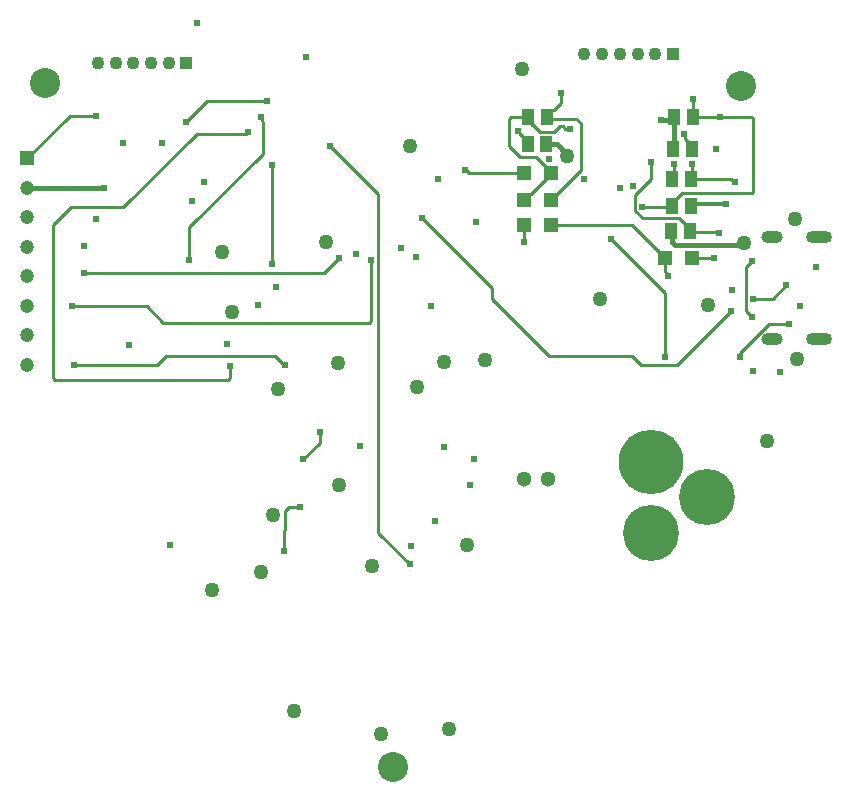
<source format=gbr>
%TF.GenerationSoftware,Altium Limited,Altium Designer,24.10.1 (45)*%
G04 Layer_Physical_Order=4*
G04 Layer_Color=16711680*
%FSLAX45Y45*%
%MOMM*%
%TF.SameCoordinates,5161A517-D4F4-47BB-AA9F-3B40E8EE5112*%
%TF.FilePolarity,Positive*%
%TF.FileFunction,Copper,L4,Bot,Signal*%
%TF.Part,Single*%
G01*
G75*
%TA.AperFunction,SMDPad,CuDef*%
%ADD18R,1.02000X1.47000*%
%ADD21R,1.15000X1.25000*%
%TA.AperFunction,Conductor*%
%ADD27C,0.25400*%
%ADD28C,0.38100*%
%ADD29C,0.30480*%
%TA.AperFunction,ViaPad*%
%ADD34C,2.54000*%
%TA.AperFunction,ComponentPad*%
G04:AMPARAMS|DCode=35|XSize=1mm|YSize=2.2mm|CornerRadius=0.5mm|HoleSize=0mm|Usage=FLASHONLY|Rotation=90.000|XOffset=0mm|YOffset=0mm|HoleType=Round|Shape=RoundedRectangle|*
%AMROUNDEDRECTD35*
21,1,1.00000,1.20000,0,0,90.0*
21,1,0.00000,2.20000,0,0,90.0*
1,1,1.00000,0.60000,0.00000*
1,1,1.00000,0.60000,0.00000*
1,1,1.00000,-0.60000,0.00000*
1,1,1.00000,-0.60000,0.00000*
%
%ADD35ROUNDEDRECTD35*%
G04:AMPARAMS|DCode=36|XSize=1mm|YSize=1.8mm|CornerRadius=0.5mm|HoleSize=0mm|Usage=FLASHONLY|Rotation=90.000|XOffset=0mm|YOffset=0mm|HoleType=Round|Shape=RoundedRectangle|*
%AMROUNDEDRECTD36*
21,1,1.00000,0.80000,0,0,90.0*
21,1,0.00000,1.80000,0,0,90.0*
1,1,1.00000,0.40000,0.00000*
1,1,1.00000,0.40000,0.00000*
1,1,1.00000,-0.40000,0.00000*
1,1,1.00000,-0.40000,0.00000*
%
%ADD36ROUNDEDRECTD36*%
%ADD37R,1.10000X1.10000*%
%ADD38C,1.10000*%
%ADD39R,1.20000X1.20000*%
%ADD40C,1.20000*%
%ADD41C,1.30000*%
%ADD42C,5.46000*%
%ADD43C,4.74000*%
%TA.AperFunction,ViaPad*%
%ADD44C,0.60960*%
%ADD45C,1.27000*%
D18*
X4983500Y5600700D02*
D03*
X5143500D02*
D03*
X4987300Y5829300D02*
D03*
X5147300D02*
D03*
X6223000D02*
D03*
X6383000D02*
D03*
X6197600Y4864100D02*
D03*
X6357600D02*
D03*
X6366500Y5308600D02*
D03*
X6206500D02*
D03*
X6379200Y5562600D02*
D03*
X6219200D02*
D03*
X6206500Y5080000D02*
D03*
X6366500D02*
D03*
D21*
X6143600Y4635500D02*
D03*
X6378600D02*
D03*
X4949800Y4914900D02*
D03*
X5184800D02*
D03*
X4949799Y5130800D02*
D03*
X5184800D02*
D03*
X5184800Y5359400D02*
D03*
X4949800D02*
D03*
D27*
X6895380Y4293509D02*
X7062109D01*
X7175500Y4406900D01*
X5301796Y5734504D02*
X5339896D01*
X5257800Y5753100D02*
X5283200D01*
X5339896Y5734504D02*
X5346700Y5727700D01*
X5283200Y5753100D02*
X5301796Y5734504D01*
X5211412Y5706712D02*
X5257800Y5753100D01*
X5208100Y5890100D02*
X5269219Y5951219D01*
Y6031219D02*
X5270500Y6032500D01*
X5269219Y5951219D02*
Y6031219D01*
X4840879Y5829300D02*
X4987300D01*
X4826000Y5814421D02*
X4840879Y5829300D01*
X4826000Y5587721D02*
X4919033Y5494688D01*
X4826000Y5587721D02*
Y5814421D01*
X5088288Y5706712D02*
X5211412D01*
X4987300Y5806800D02*
X5025600Y5768500D01*
X4987300Y5806800D02*
Y5829300D01*
X5026500Y5768500D02*
X5088288Y5706712D01*
X5025600Y5768500D02*
X5026500D01*
X2928112Y2338336D02*
Y2494133D01*
X2961279Y2527300D01*
X2921000Y2331224D02*
X2928112Y2338336D01*
X2921000Y2159000D02*
Y2331224D01*
X3720592Y2311908D02*
X3987800Y2044700D01*
X3720592Y2311908D02*
Y5182108D01*
X3314700Y5588000D02*
X3720592Y5182108D01*
X3640988Y4085488D02*
X3657600Y4102100D01*
Y4622800D01*
X2273300Y5969000D02*
X2781300D01*
X6360760Y4860940D02*
X6584838D01*
X6357600Y4864100D02*
X6360760Y4860940D01*
X6584838D02*
X6594377Y4851400D01*
X6604000D01*
X5147300Y5851800D02*
X5185600Y5890100D01*
X5147300Y5829300D02*
Y5851800D01*
X5185600Y5890100D02*
X5208100D01*
X5229600Y5180600D02*
X5234600D01*
X5435092Y5381092D01*
X5184800Y5130800D02*
Y5135800D01*
X5435092Y5381092D02*
Y5779192D01*
X5184800Y5135800D02*
X5229600Y5180600D01*
X5011000D02*
X5184800Y5354400D01*
X4949799Y5130800D02*
Y5135800D01*
X4994599Y5180600D02*
X5011000D01*
X4949799Y5135800D02*
X4994599Y5180600D01*
X4457700Y5384800D02*
X4464959D01*
X4490359Y5359400D02*
X4949800D01*
X4464959Y5384800D02*
X4490359Y5359400D01*
X4919033Y5494688D02*
X5054512D01*
X5184800Y5364400D01*
X4686300Y4292600D02*
Y4381500D01*
X4089400Y4978400D02*
X4686300Y4381500D01*
X1231900Y4508500D02*
X3263900D01*
X3390900Y4635500D01*
X1923111Y3810000D02*
X2847877D01*
X2924077Y3733800D01*
X2933700D01*
X2463800Y3621679D02*
Y3721100D01*
X980079Y3606800D02*
X2448921D01*
X2463800Y3621679D01*
X1846911Y3733800D02*
X1923111Y3810000D01*
X965200Y3621679D02*
Y4914900D01*
X1117600Y5067300D01*
X965200Y3621679D02*
X980079Y3606800D01*
X6290012Y5186012D02*
X6881221D01*
X6223000Y5325100D02*
Y5435600D01*
X6206500Y5308600D02*
X6223000Y5325100D01*
X6375400Y5317500D02*
Y5435600D01*
X6366500Y5308600D02*
X6375400Y5317500D01*
X6318704Y5645596D02*
Y5682796D01*
X6311900Y5689600D02*
X6318704Y5682796D01*
Y5645596D02*
X6379200Y5585100D01*
X6032500Y5308416D02*
Y5448300D01*
X5893308Y5169224D02*
X6032500Y5308416D01*
X6379200Y5562600D02*
Y5585100D01*
X6896100Y5200891D02*
Y5814421D01*
X6616700Y5829300D02*
X6881221D01*
X6896100Y5814421D01*
X6881221Y5186012D02*
X6896100Y5200891D01*
X5893308Y5041208D02*
Y5169224D01*
Y5041208D02*
X5960528Y4973988D01*
X6270211D02*
X6357600Y4886600D01*
Y4864100D02*
Y4886600D01*
X5960528Y4973988D02*
X6270211D01*
X6193800Y5067300D02*
X6206500Y5080000D01*
X5956300Y5067300D02*
X6193800D01*
X6378600Y4635500D02*
X6565900D01*
X4949800Y4914900D02*
X4953000Y4911700D01*
Y4775200D02*
Y4911700D01*
X5184800Y5354400D02*
Y5364400D01*
X4909004Y5697696D02*
Y5708196D01*
X4902200Y5715000D02*
X4909004Y5708196D01*
Y5697696D02*
X4983500Y5623200D01*
Y5600700D02*
Y5623200D01*
X5398192Y5816092D02*
X5435092Y5779192D01*
X5160508Y5816092D02*
X5398192D01*
X5147300Y5829300D02*
X5160508Y5816092D01*
X4686300Y4292600D02*
X5168900Y3810000D01*
X5867400D01*
X5943092Y3734308D01*
X6248908D01*
X6705600Y4191000D01*
X6172200Y4483100D02*
Y4492723D01*
X6143600Y4521323D02*
X6172200Y4492723D01*
X6143600Y4521323D02*
Y4635500D01*
X6781800Y3797300D02*
Y3832390D01*
X7026110Y4076700D02*
X7200900D01*
X6781800Y3832390D02*
X7026110Y4076700D01*
X3225800Y3073400D02*
Y3162300D01*
X3086100Y2933700D02*
X3225800Y3073400D01*
X6146800Y3797300D02*
Y4343400D01*
X5689600Y4800600D02*
X6146800Y4343400D01*
X6832388Y4191212D02*
Y4559088D01*
X6883400Y4610100D01*
X6832388Y4191212D02*
X6883400Y4140200D01*
X2961279Y2527300D02*
X3060700D01*
X2603500Y5689600D02*
X2616200Y5702300D01*
X2184400Y5689600D02*
X2603500D01*
X2743200Y5522961D02*
Y5791200D01*
X2120900Y4900661D02*
X2743200Y5522961D01*
X2730500Y5829300D02*
X2737304Y5822496D01*
Y5797096D02*
Y5822496D01*
Y5797096D02*
X2743200Y5791200D01*
X1562100Y5067300D02*
X2184400Y5689600D01*
X1117600Y5067300D02*
X1562100D01*
X2120900Y4622800D02*
Y4900661D01*
X1143000Y3733800D02*
X1846911D01*
X2819400Y4584700D02*
Y5422900D01*
X1901502Y4085488D02*
X3640988D01*
X6206500Y5102500D02*
X6290012Y5186012D01*
X6206500Y5080000D02*
Y5102500D01*
X1757891Y4229100D02*
X1901502Y4085488D01*
X1130300Y4229100D02*
X1757891D01*
X6708677Y5308600D02*
X6734077Y5283200D01*
X6743700D01*
X6366500Y5308600D02*
X6708677D01*
X5869200Y4914900D02*
X6143600Y4640500D01*
Y4635500D02*
Y4640500D01*
X5184800Y4914900D02*
X5869200D01*
X6383000Y5829300D02*
X6616700D01*
X1107496Y5842000D02*
X1333500D01*
X749300Y5483804D02*
X1107496Y5842000D01*
X6388100Y5834400D02*
Y5981700D01*
X6383000Y5829300D02*
X6388100Y5834400D01*
X2095500Y5791200D02*
X2273300Y5969000D01*
D28*
X6221100Y5827400D02*
X6223000Y5829300D01*
X6204851Y5811151D02*
X6221100Y5827400D01*
X6111458Y5811151D02*
X6204851D01*
X5320325Y5500075D02*
Y5512775D01*
X5232400Y5600700D02*
X5320325Y5512775D01*
X5143500Y5600700D02*
X5232400D01*
X6232618Y4749800D02*
X6807200D01*
X6210300Y4772118D02*
X6232618Y4749800D01*
X6210300Y4772118D02*
Y4851400D01*
X6197600Y4864100D02*
X6210300Y4851400D01*
X6807200Y4749800D02*
X6819900Y4762500D01*
X6221100Y5564500D02*
Y5827400D01*
X6219200Y5562600D02*
X6221100Y5564500D01*
X1396299Y5233101D02*
X1397000Y5232400D01*
X750001Y5233101D02*
X1396299D01*
X749300Y5233802D02*
X750001Y5233101D01*
D29*
X6366500Y5080000D02*
X6379200Y5092700D01*
X6667500D01*
D34*
X901700Y6121400D02*
D03*
X3848100Y330200D02*
D03*
X6794500Y6096000D02*
D03*
D35*
X7455601Y3949502D02*
D03*
Y4813498D02*
D03*
D36*
X7055602Y3949502D02*
D03*
Y4813498D02*
D03*
D37*
X2096201Y6286500D02*
D03*
X6215802Y6362700D02*
D03*
D38*
X1946204Y6286500D02*
D03*
X1796202D02*
D03*
X1646199D02*
D03*
X1496202D02*
D03*
X1346200D02*
D03*
X6065804Y6362700D02*
D03*
X5915802D02*
D03*
X5765800D02*
D03*
X5615803D02*
D03*
X5465801D02*
D03*
D39*
X749300Y5483804D02*
D03*
D40*
Y5233802D02*
D03*
Y4983800D02*
D03*
Y4733803D02*
D03*
Y4483801D02*
D03*
Y4233804D02*
D03*
Y3983802D02*
D03*
Y3733800D02*
D03*
D41*
X5156200Y2768600D02*
D03*
X4956200D02*
D03*
D42*
X6032500Y2911399D02*
D03*
D43*
Y2311400D02*
D03*
X6502502Y2611399D02*
D03*
D44*
X7175500Y4406900D02*
D03*
X5346700Y5727700D02*
D03*
X5270500Y6032500D02*
D03*
X2705100Y4241800D02*
D03*
X6111458Y5811151D02*
D03*
X3111500Y6337300D02*
D03*
X3657600Y4622800D02*
D03*
X3314700Y5588000D02*
D03*
X2781300Y5969000D02*
D03*
X5161376Y5476908D02*
D03*
X2933700Y3733800D02*
D03*
X2463800Y3721100D02*
D03*
X6667500Y5092700D02*
D03*
X6223000Y5435600D02*
D03*
X6743700Y5283200D02*
D03*
X6375400Y5435600D02*
D03*
X6578600Y5562600D02*
D03*
X6616700Y5829300D02*
D03*
X6311900Y5689600D02*
D03*
X6032500Y5448300D02*
D03*
X5956300Y5067300D02*
D03*
X6565900Y4635500D02*
D03*
X4953000Y4775200D02*
D03*
X4229100Y5308600D02*
D03*
X4457700Y5384800D02*
D03*
X4902200Y5715000D02*
D03*
X5764201Y5233999D02*
D03*
X4089400Y4978400D02*
D03*
X6705600Y4191000D02*
D03*
X2857500Y4394200D02*
D03*
X6172200Y4483100D02*
D03*
X6718300Y4368800D02*
D03*
X5461000Y5308600D02*
D03*
X6781800Y3797300D02*
D03*
X7200900Y4076700D02*
D03*
X3225800Y3162300D02*
D03*
X6604000Y4851400D02*
D03*
X5689600Y4800600D02*
D03*
X4546600Y4940300D02*
D03*
X5880100Y5245100D02*
D03*
X4038600Y4648200D02*
D03*
X3987800Y2044700D02*
D03*
X7429500Y4559300D02*
D03*
X6883400Y4610100D02*
D03*
X7289800Y4229100D02*
D03*
X7124700Y3670300D02*
D03*
X3086100Y2933700D02*
D03*
X2921000Y2159000D02*
D03*
X3060700Y2527300D02*
D03*
X2616200Y5702300D02*
D03*
X2120900Y4622800D02*
D03*
X2819400Y5422900D02*
D03*
Y4584700D02*
D03*
X6895380Y4293509D02*
D03*
X6883400Y4140200D02*
D03*
X6896100Y3683000D02*
D03*
X4000500Y2197100D02*
D03*
X1955800Y2209800D02*
D03*
X3390900Y4635500D02*
D03*
X1231900Y4508500D02*
D03*
X4279900Y3035300D02*
D03*
X3568700Y3048000D02*
D03*
X4495800Y2717800D02*
D03*
X4203700Y2413000D02*
D03*
X6146800Y3797300D02*
D03*
X4533900Y2933700D02*
D03*
X1333500Y5842000D02*
D03*
X3911600Y4724400D02*
D03*
X2184400Y6629400D02*
D03*
X3530600Y4673600D02*
D03*
X2730500Y5829300D02*
D03*
X2146300Y5118100D02*
D03*
X2438400Y3911600D02*
D03*
X1612900Y3898900D02*
D03*
X1397000Y5232400D02*
D03*
X1130300Y4229100D02*
D03*
X4165600D02*
D03*
X1231900Y4737100D02*
D03*
X1333500Y4965700D02*
D03*
X2247900Y5283200D02*
D03*
X1892300Y5613400D02*
D03*
X1562100D02*
D03*
X6388100Y5981700D02*
D03*
X1143000Y3733800D02*
D03*
X2095500Y5791200D02*
D03*
D45*
X2870200Y3530600D02*
D03*
X5320325Y5500075D02*
D03*
X2832100Y2463800D02*
D03*
X4470400Y2209800D02*
D03*
X3275251Y4773851D02*
D03*
X7010400Y3086100D02*
D03*
X3378200Y3746500D02*
D03*
X3670300Y2032000D02*
D03*
X5600700Y4292600D02*
D03*
X4940300Y6235700D02*
D03*
X3987201Y5588599D02*
D03*
X2479700Y4181500D02*
D03*
X6819900Y4762500D02*
D03*
X7251700Y4965700D02*
D03*
X7264400Y3784600D02*
D03*
X6515100Y4241800D02*
D03*
X2400300Y4686300D02*
D03*
X4051300Y3543300D02*
D03*
X4622800Y3771900D02*
D03*
X4279900Y3759200D02*
D03*
X3746500Y609600D02*
D03*
X3390900Y2717800D02*
D03*
X4318000Y647700D02*
D03*
X3009900Y800100D02*
D03*
X2311400Y1828800D02*
D03*
X2730500Y1981200D02*
D03*
%TF.MD5,ac0bd085a4187611d105dbcb525a9af3*%
M02*

</source>
